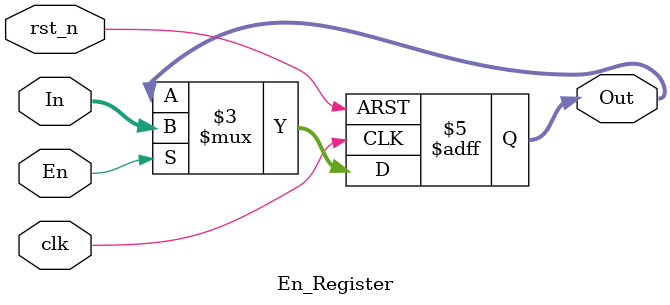
<source format=v>
module En_Register #(parameter DATA_WIDTH = 32) (
	input	wire						clk,
	input	wire						rst_n,
	input   wire                        En,
	input 	wire	[DATA_WIDTH-1:0]	In,
	output 	reg 	[DATA_WIDTH-1:0]	Out
	);

always@(posedge clk or negedge rst_n)
 begin
  if (!rst_n)
  	Out <= 'b0;
  else if (En)
  	Out <= In;
 end

endmodule

</source>
